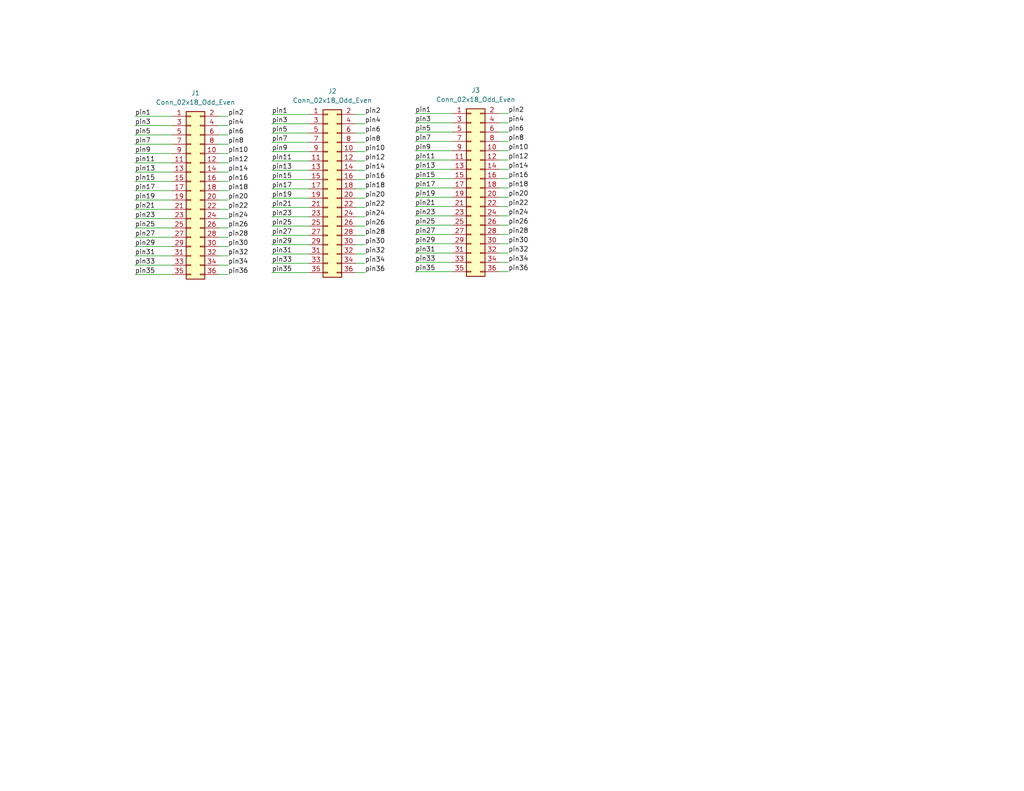
<source format=kicad_sch>
(kicad_sch (version 20230121) (generator eeschema)
  (paper "A")
  (lib_symbols
    (symbol "Connector_Generic:Conn_02x18_Odd_Even" (pin_names (offset 1.016) hide)
      (property "Reference" "J" (at 1.27 22.86 0))
      (property "Value" "Conn_02x18_Odd_Even" (at 1.27 -25.4 0))
      (symbol "Conn_02x18_Odd_Even_1_1"
        (rectangle (start -1.27 -22.733) (end 0 -22.987) (stroke (width 0.1524)))
        (rectangle (start -1.27 -20.193) (end 0 -20.447) (stroke (width 0.1524)))
        (rectangle (start -1.27 -17.653) (end 0 -17.907) (stroke (width 0.1524)))
        (rectangle (start -1.27 -15.113) (end 0 -15.367) (stroke (width 0.1524)))
        (rectangle (start -1.27 -12.573) (end 0 -12.827) (stroke (width 0.1524)))
        (rectangle (start -1.27 -10.033) (end 0 -10.287) (stroke (width 0.1524)))
        (rectangle (start -1.27 -7.493) (end 0 -7.747) (stroke (width 0.1524)))
        (rectangle (start -1.27 -4.953) (end 0 -5.207) (stroke (width 0.1524)))
        (rectangle (start -1.27 -2.413) (end 0 -2.667) (stroke (width 0.1524)))
        (rectangle (start -1.27 0.127) (end 0 -0.127) (stroke (width 0.1524)))
        (rectangle (start -1.27 2.667) (end 0 2.413) (stroke (width 0.1524)))
        (rectangle (start -1.27 5.207) (end 0 4.953) (stroke (width 0.1524)))
        (rectangle (start -1.27 7.747) (end 0 7.493) (stroke (width 0.1524)))
        (rectangle (start -1.27 10.287) (end 0 10.033) (stroke (width 0.1524)))
        (rectangle (start -1.27 12.827) (end 0 12.573) (stroke (width 0.1524)))
        (rectangle (start -1.27 15.367) (end 0 15.113) (stroke (width 0.1524)))
        (rectangle (start -1.27 17.907) (end 0 17.653) (stroke (width 0.1524)))
        (rectangle (start -1.27 20.447) (end 0 20.193) (stroke (width 0.1524)))
        (rectangle (start -1.27 21.59) (end 3.81 -24.13) (stroke (width 0.254)) (fill (type background)))
        (rectangle (start 3.81 -22.733) (end 2.54 -22.987) (stroke (width 0.1524)))
        (rectangle (start 3.81 -20.193) (end 2.54 -20.447) (stroke (width 0.1524)))
        (rectangle (start 3.81 -17.653) (end 2.54 -17.907) (stroke (width 0.1524)))
        (rectangle (start 3.81 -15.113) (end 2.54 -15.367) (stroke (width 0.1524)))
        (rectangle (start 3.81 -12.573) (end 2.54 -12.827) (stroke (width 0.1524)))
        (rectangle (start 3.81 -10.033) (end 2.54 -10.287) (stroke (width 0.1524)))
        (rectangle (start 3.81 -7.493) (end 2.54 -7.747) (stroke (width 0.1524)))
        (rectangle (start 3.81 -4.953) (end 2.54 -5.207) (stroke (width 0.1524)))
        (rectangle (start 3.81 -2.413) (end 2.54 -2.667) (stroke (width 0.1524)))
        (rectangle (start 3.81 0.127) (end 2.54 -0.127) (stroke (width 0.1524)))
        (rectangle (start 3.81 2.667) (end 2.54 2.413) (stroke (width 0.1524)))
        (rectangle (start 3.81 5.207) (end 2.54 4.953) (stroke (width 0.1524)))
        (rectangle (start 3.81 7.747) (end 2.54 7.493) (stroke (width 0.1524)))
        (rectangle (start 3.81 10.287) (end 2.54 10.033) (stroke (width 0.1524)))
        (rectangle (start 3.81 12.827) (end 2.54 12.573) (stroke (width 0.1524)))
        (rectangle (start 3.81 15.367) (end 2.54 15.113) (stroke (width 0.1524)))
        (rectangle (start 3.81 17.907) (end 2.54 17.653) (stroke (width 0.1524)))
        (rectangle (start 3.81 20.447) (end 2.54 20.193) (stroke (width 0.1524)))
        (pin passive line (at -5.08 20.32 0) (length 3.81) (name "Pin_1") (number "1"))
        (pin passive line (at 7.62 10.16 180) (length 3.81) (name "Pin_10") (number "10"))
        (pin passive line (at -5.08 7.62 0) (length 3.81) (name "Pin_11") (number "11"))
        (pin passive line (at 7.62 7.62 180) (length 3.81) (name "Pin_12") (number "12"))
        (pin passive line (at -5.08 5.08 0) (length 3.81) (name "Pin_13") (number "13"))
        (pin passive line (at 7.62 5.08 180) (length 3.81) (name "Pin_14") (number "14"))
        (pin passive line (at -5.08 2.54 0) (length 3.81) (name "Pin_15") (number "15"))
        (pin passive line (at 7.62 2.54 180) (length 3.81) (name "Pin_16") (number "16"))
        (pin passive line (at -5.08 0 0) (length 3.81) (name "Pin_17") (number "17"))
        (pin passive line (at 7.62 0 180) (length 3.81) (name "Pin_18") (number "18"))
        (pin passive line (at -5.08 -2.54 0) (length 3.81) (name "Pin_19") (number "19"))
        (pin passive line (at 7.62 20.32 180) (length 3.81) (name "Pin_2") (number "2"))
        (pin passive line (at 7.62 -2.54 180) (length 3.81) (name "Pin_20") (number "20"))
        (pin passive line (at -5.08 -5.08 0) (length 3.81) (name "Pin_21") (number "21"))
        (pin passive line (at 7.62 -5.08 180) (length 3.81) (name "Pin_22") (number "22"))
        (pin passive line (at -5.08 -7.62 0) (length 3.81) (name "Pin_23") (number "23"))
        (pin passive line (at 7.62 -7.62 180) (length 3.81) (name "Pin_24") (number "24"))
        (pin passive line (at -5.08 -10.16 0) (length 3.81) (name "Pin_25") (number "25"))
        (pin passive line (at 7.62 -10.16 180) (length 3.81) (name "Pin_26") (number "26"))
        (pin passive line (at -5.08 -12.7 0) (length 3.81) (name "Pin_27") (number "27"))
        (pin passive line (at 7.62 -12.7 180) (length 3.81) (name "Pin_28") (number "28"))
        (pin passive line (at -5.08 -15.24 0) (length 3.81) (name "Pin_29") (number "29"))
        (pin passive line (at -5.08 17.78 0) (length 3.81) (name "Pin_3") (number "3"))
        (pin passive line (at 7.62 -15.24 180) (length 3.81) (name "Pin_30") (number "30"))
        (pin passive line (at -5.08 -17.78 0) (length 3.81) (name "Pin_31") (number "31"))
        (pin passive line (at 7.62 -17.78 180) (length 3.81) (name "Pin_32") (number "32"))
        (pin passive line (at -5.08 -20.32 0) (length 3.81) (name "Pin_33") (number "33"))
        (pin passive line (at 7.62 -20.32 180) (length 3.81) (name "Pin_34") (number "34"))
        (pin passive line (at -5.08 -22.86 0) (length 3.81) (name "Pin_35") (number "35"))
        (pin passive line (at 7.62 -22.86 180) (length 3.81) (name "Pin_36") (number "36"))
        (pin passive line (at 7.62 17.78 180) (length 3.81) (name "Pin_4") (number "4"))
        (pin passive line (at -5.08 15.24 0) (length 3.81) (name "Pin_5") (number "5"))
        (pin passive line (at 7.62 15.24 180) (length 3.81) (name "Pin_6") (number "6"))
        (pin passive line (at -5.08 12.7 0) (length 3.81) (name "Pin_7") (number "7"))
        (pin passive line (at 7.62 12.7 180) (length 3.81) (name "Pin_8") (number "8"))
        (pin passive line (at -5.08 10.16 0) (length 3.81) (name "Pin_9") (number "9"))
      )
    )
  )
  (wire (pts (xy 97.028 43.942) (xy 99.568 43.942)))
  (wire (pts (xy 97.028 69.342) (xy 99.568 69.342)))
  (wire (pts (xy 74.168 41.402) (xy 84.328 41.402)))
  (wire (pts (xy 97.028 51.562) (xy 99.568 51.562)))
  (wire (pts (xy 113.284 53.848) (xy 123.444 53.848)))
  (wire (pts (xy 59.69 41.91) (xy 62.23 41.91)))
  (wire (pts (xy 36.83 67.31) (xy 46.99 67.31)))
  (wire (pts (xy 136.144 33.528) (xy 138.684 33.528)))
  (wire (pts (xy 97.028 71.882) (xy 99.568 71.882)))
  (wire (pts (xy 136.144 51.308) (xy 138.684 51.308)))
  (wire (pts (xy 136.144 30.988) (xy 138.684 30.988)))
  (wire (pts (xy 74.168 61.722) (xy 84.328 61.722)))
  (wire (pts (xy 74.168 43.942) (xy 84.328 43.942)))
  (wire (pts (xy 36.83 44.45) (xy 46.99 44.45)))
  (wire (pts (xy 97.028 61.722) (xy 99.568 61.722)))
  (wire (pts (xy 97.028 74.422) (xy 99.568 74.422)))
  (wire (pts (xy 36.83 69.85) (xy 46.99 69.85)))
  (wire (pts (xy 36.83 72.39) (xy 46.99 72.39)))
  (wire (pts (xy 74.168 46.482) (xy 84.328 46.482)))
  (wire (pts (xy 59.69 52.07) (xy 62.23 52.07)))
  (wire (pts (xy 97.028 54.102) (xy 99.568 54.102)))
  (wire (pts (xy 74.168 64.262) (xy 84.328 64.262)))
  (wire (pts (xy 136.144 64.008) (xy 138.684 64.008)))
  (wire (pts (xy 97.028 64.262) (xy 99.568 64.262)))
  (wire (pts (xy 97.028 46.482) (xy 99.568 46.482)))
  (wire (pts (xy 36.83 74.93) (xy 46.99 74.93)))
  (wire (pts (xy 97.028 49.022) (xy 99.568 49.022)))
  (wire (pts (xy 36.83 59.69) (xy 46.99 59.69)))
  (wire (pts (xy 74.168 66.802) (xy 84.328 66.802)))
  (wire (pts (xy 74.168 69.342) (xy 84.328 69.342)))
  (wire (pts (xy 74.168 56.642) (xy 84.328 56.642)))
  (wire (pts (xy 59.69 57.15) (xy 62.23 57.15)))
  (wire (pts (xy 97.028 41.402) (xy 99.568 41.402)))
  (wire (pts (xy 136.144 41.148) (xy 138.684 41.148)))
  (wire (pts (xy 74.168 71.882) (xy 84.328 71.882)))
  (wire (pts (xy 36.83 34.29) (xy 46.99 34.29)))
  (wire (pts (xy 74.168 31.242) (xy 84.328 31.242)))
  (wire (pts (xy 59.69 54.61) (xy 62.23 54.61)))
  (wire (pts (xy 59.69 64.77) (xy 62.23 64.77)))
  (wire (pts (xy 136.144 71.628) (xy 138.684 71.628)))
  (wire (pts (xy 36.83 36.83) (xy 46.99 36.83)))
  (wire (pts (xy 36.83 46.99) (xy 46.99 46.99)))
  (wire (pts (xy 97.028 66.802) (xy 99.568 66.802)))
  (wire (pts (xy 136.144 74.168) (xy 138.684 74.168)))
  (wire (pts (xy 74.168 59.182) (xy 84.328 59.182)))
  (wire (pts (xy 136.144 56.388) (xy 138.684 56.388)))
  (wire (pts (xy 113.284 74.168) (xy 123.444 74.168)))
  (wire (pts (xy 74.168 33.782) (xy 84.328 33.782)))
  (wire (pts (xy 113.284 41.148) (xy 123.444 41.148)))
  (wire (pts (xy 59.69 69.85) (xy 62.23 69.85)))
  (wire (pts (xy 136.144 66.548) (xy 138.684 66.548)))
  (wire (pts (xy 113.284 61.468) (xy 123.444 61.468)))
  (wire (pts (xy 113.284 58.928) (xy 123.444 58.928)))
  (wire (pts (xy 36.83 39.37) (xy 46.99 39.37)))
  (wire (pts (xy 74.168 74.422) (xy 84.328 74.422)))
  (wire (pts (xy 97.028 31.242) (xy 99.568 31.242)))
  (wire (pts (xy 113.284 38.608) (xy 123.444 38.608)))
  (wire (pts (xy 74.168 49.022) (xy 84.328 49.022)))
  (wire (pts (xy 113.284 64.008) (xy 123.444 64.008)))
  (wire (pts (xy 59.69 67.31) (xy 62.23 67.31)))
  (wire (pts (xy 36.83 54.61) (xy 46.99 54.61)))
  (wire (pts (xy 36.83 31.75) (xy 46.99 31.75)))
  (wire (pts (xy 97.028 38.862) (xy 99.568 38.862)))
  (wire (pts (xy 36.83 62.23) (xy 46.99 62.23)))
  (wire (pts (xy 113.284 66.548) (xy 123.444 66.548)))
  (wire (pts (xy 36.83 41.91) (xy 46.99 41.91)))
  (wire (pts (xy 113.284 30.988) (xy 123.444 30.988)))
  (wire (pts (xy 136.144 46.228) (xy 138.684 46.228)))
  (wire (pts (xy 74.168 36.322) (xy 84.328 36.322)))
  (wire (pts (xy 59.69 34.29) (xy 62.23 34.29)))
  (wire (pts (xy 59.69 49.53) (xy 62.23 49.53)))
  (wire (pts (xy 97.028 36.322) (xy 99.568 36.322)))
  (wire (pts (xy 136.144 43.688) (xy 138.684 43.688)))
  (wire (pts (xy 136.144 48.768) (xy 138.684 48.768)))
  (wire (pts (xy 113.284 48.768) (xy 123.444 48.768)))
  (wire (pts (xy 97.028 33.782) (xy 99.568 33.782)))
  (wire (pts (xy 36.83 57.15) (xy 46.99 57.15)))
  (wire (pts (xy 59.69 74.93) (xy 62.23 74.93)))
  (wire (pts (xy 59.69 46.99) (xy 62.23 46.99)))
  (wire (pts (xy 59.69 39.37) (xy 62.23 39.37)))
  (wire (pts (xy 59.69 59.69) (xy 62.23 59.69)))
  (wire (pts (xy 113.284 46.228) (xy 123.444 46.228)))
  (wire (pts (xy 113.284 56.388) (xy 123.444 56.388)))
  (wire (pts (xy 136.144 61.468) (xy 138.684 61.468)))
  (wire (pts (xy 136.144 38.608) (xy 138.684 38.608)))
  (wire (pts (xy 113.284 71.628) (xy 123.444 71.628)))
  (wire (pts (xy 74.168 54.102) (xy 84.328 54.102)))
  (wire (pts (xy 97.028 56.642) (xy 99.568 56.642)))
  (wire (pts (xy 59.69 36.83) (xy 62.23 36.83)))
  (wire (pts (xy 59.69 44.45) (xy 62.23 44.45)))
  (wire (pts (xy 136.144 69.088) (xy 138.684 69.088)))
  (wire (pts (xy 113.284 36.068) (xy 123.444 36.068)))
  (wire (pts (xy 113.284 33.528) (xy 123.444 33.528)))
  (wire (pts (xy 59.69 62.23) (xy 62.23 62.23)))
  (wire (pts (xy 36.83 49.53) (xy 46.99 49.53)))
  (wire (pts (xy 36.83 52.07) (xy 46.99 52.07)))
  (wire (pts (xy 74.168 51.562) (xy 84.328 51.562)))
  (wire (pts (xy 36.83 64.77) (xy 46.99 64.77)))
  (wire (pts (xy 136.144 36.068) (xy 138.684 36.068)))
  (wire (pts (xy 59.69 72.39) (xy 62.23 72.39)))
  (wire (pts (xy 113.284 51.308) (xy 123.444 51.308)))
  (wire (pts (xy 74.168 38.862) (xy 84.328 38.862)))
  (wire (pts (xy 113.284 69.088) (xy 123.444 69.088)))
  (wire (pts (xy 97.028 59.182) (xy 99.568 59.182)))
  (wire (pts (xy 59.69 31.75) (xy 62.23 31.75)))
  (wire (pts (xy 136.144 53.848) (xy 138.684 53.848)))
  (wire (pts (xy 136.144 58.928) (xy 138.684 58.928)))
  (wire (pts (xy 113.284 43.688) (xy 123.444 43.688)))
  (label "pin1" (at 74.168 31.242 0))
  (label "pin11" (at 113.284 43.688 0))
  (label "pin10" (at 138.684 41.148 0))
  (label "pin5" (at 113.284 36.068 0))
  (label "pin13" (at 113.284 46.228 0))
  (label "pin9" (at 36.83 41.91 0))
  (label "pin2" (at 62.23 31.75 0))
  (label "pin8" (at 62.23 39.37 0))
  (label "pin19" (at 74.168 54.102 0))
  (label "pin22" (at 62.23 57.15 0))
  (label "pin33" (at 74.168 71.882 0))
  (label "pin17" (at 36.83 52.07 0))
  (label "pin23" (at 36.83 59.69 0))
  (label "pin30" (at 99.568 66.802 0))
  (label "pin1" (at 36.83 31.75 0))
  (label "pin32" (at 62.23 69.85 0))
  (label "pin14" (at 62.23 46.99 0))
  (label "pin33" (at 113.284 71.628 0))
  (label "pin27" (at 74.168 64.262 0))
  (label "pin19" (at 113.284 53.848 0))
  (label "pin28" (at 99.568 64.262 0))
  (label "pin33" (at 36.83 72.39 0))
  (label "pin21" (at 36.83 57.15 0))
  (label "pin4" (at 138.684 33.528 0))
  (label "pin36" (at 138.684 74.168 0))
  (label "pin21" (at 74.168 56.642 0))
  (label "pin17" (at 113.284 51.308 0))
  (label "pin5" (at 36.83 36.83 0))
  (label "pin19" (at 36.83 54.61 0))
  (label "pin25" (at 113.284 61.468 0))
  (label "pin16" (at 138.684 48.768 0))
  (label "pin12" (at 99.568 43.942 0))
  (label "pin16" (at 62.23 49.53 0))
  (label "pin25" (at 36.83 62.23 0))
  (label "pin21" (at 113.284 56.388 0))
  (label "pin2" (at 138.684 30.988 0))
  (label "pin6" (at 99.568 36.322 0))
  (label "pin29" (at 113.284 66.548 0))
  (label "pin12" (at 138.684 43.688 0))
  (label "pin10" (at 62.23 41.91 0))
  (label "pin3" (at 74.168 33.782 0))
  (label "pin36" (at 99.568 74.422 0))
  (label "pin7" (at 74.168 38.862 0))
  (label "pin3" (at 113.284 33.528 0))
  (label "pin8" (at 99.568 38.862 0))
  (label "pin22" (at 138.684 56.388 0))
  (label "pin18" (at 62.23 52.07 0))
  (label "pin20" (at 62.23 54.61 0))
  (label "pin5" (at 74.168 36.322 0))
  (label "pin14" (at 138.684 46.228 0))
  (label "pin27" (at 113.284 64.008 0))
  (label "pin11" (at 74.168 43.942 0))
  (label "pin28" (at 62.23 64.77 0))
  (label "pin15" (at 36.83 49.53 0))
  (label "pin31" (at 36.83 69.85 0))
  (label "pin34" (at 138.684 71.628 0))
  (label "pin32" (at 99.568 69.342 0))
  (label "pin29" (at 74.168 66.802 0))
  (label "pin2" (at 99.568 31.242 0))
  (label "pin13" (at 74.168 46.482 0))
  (label "pin30" (at 62.23 67.31 0))
  (label "pin9" (at 74.168 41.402 0))
  (label "pin6" (at 62.23 36.83 0))
  (label "pin9" (at 113.284 41.148 0))
  (label "pin4" (at 99.568 33.782 0))
  (label "pin31" (at 113.284 69.088 0))
  (label "pin29" (at 36.83 67.31 0))
  (label "pin24" (at 62.23 59.69 0))
  (label "pin23" (at 74.168 59.182 0))
  (label "pin14" (at 99.568 46.482 0))
  (label "pin6" (at 138.684 36.068 0))
  (label "pin18" (at 138.684 51.308 0))
  (label "pin27" (at 36.83 64.77 0))
  (label "pin7" (at 113.284 38.608 0))
  (label "pin20" (at 99.568 54.102 0))
  (label "pin36" (at 62.23 74.93 0))
  (label "pin7" (at 36.83 39.37 0))
  (label "pin17" (at 74.168 51.562 0))
  (label "pin35" (at 74.168 74.422 0))
  (label "pin25" (at 74.168 61.722 0))
  (label "pin26" (at 99.568 61.722 0))
  (label "pin22" (at 99.568 56.642 0))
  (label "pin1" (at 113.284 30.988 0))
  (label "pin3" (at 36.83 34.29 0))
  (label "pin35" (at 36.83 74.93 0))
  (label "pin26" (at 138.684 61.468 0))
  (label "pin31" (at 74.168 69.342 0))
  (label "pin13" (at 36.83 46.99 0))
  (label "pin23" (at 113.284 58.928 0))
  (label "pin32" (at 138.684 69.088 0))
  (label "pin24" (at 138.684 58.928 0))
  (label "pin30" (at 138.684 66.548 0))
  (label "pin16" (at 99.568 49.022 0))
  (label "pin10" (at 99.568 41.402 0))
  (label "pin18" (at 99.568 51.562 0))
  (label "pin15" (at 113.284 48.768 0))
  (label "pin11" (at 36.83 44.45 0))
  (label "pin28" (at 138.684 64.008 0))
  (label "pin34" (at 62.23 72.39 0))
  (label "pin24" (at 99.568 59.182 0))
  (label "pin8" (at 138.684 38.608 0))
  (label "pin34" (at 99.568 71.882 0))
  (label "pin26" (at 62.23 62.23 0))
  (label "pin4" (at 62.23 34.29 0))
  (label "pin12" (at 62.23 44.45 0))
  (label "pin35" (at 113.284 74.168 0))
  (label "pin15" (at 74.168 49.022 0))
  (label "pin20" (at 138.684 53.848 0))
  (symbol (lib_id "Connector_Generic:Conn_02x18_Odd_Even") (at 128.524 51.308 0) (unit 1)
    (property "Reference" "J3" (at 129.794 24.638 0))
    (property "Value" "Conn_02x18_Odd_Even" (at 129.794 27.178 0))
    (property "Footprint" "Connector_PinHeader_2.54mm:PinHeader_2x18_P2.54mm_Vertical" (effects hide))
  )
  (symbol (lib_id "Connector_Generic:Conn_02x18_Odd_Even") (at 52.07 52.07 0) (unit 1)
    (property "Reference" "J1" (at 53.34 25.4 0))
    (property "Value" "Conn_02x18_Odd_Even" (at 53.34 27.94 0))
    (property "Footprint" "Connector_PinHeader_2.54mm:PinHeader_2x18_P2.54mm_Vertical" (effects hide))
  )
  (symbol (lib_id "Connector_Generic:Conn_02x18_Odd_Even") (at 89.408 51.562 0) (unit 1)
    (property "Reference" "J2" (at 90.678 24.892 0))
    (property "Value" "Conn_02x18_Odd_Even" (at 90.678 27.432 0))
    (property "Footprint" "Connector_PinHeader_2.54mm:PinHeader_2x18_P2.54mm_Vertical" (effects hide))
  )
)
</source>
